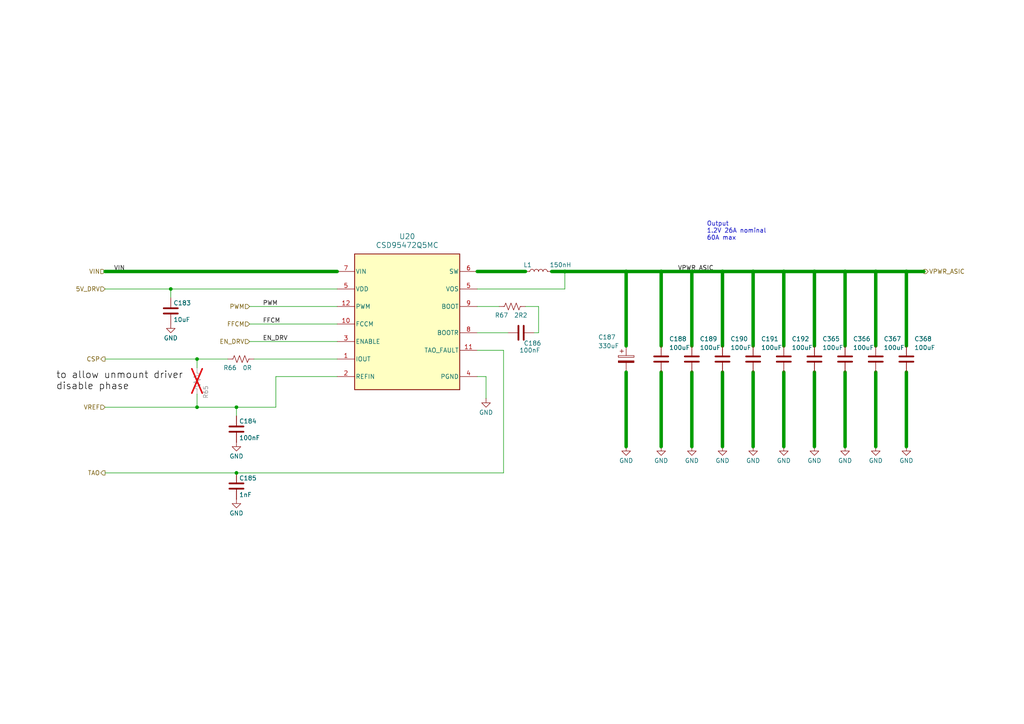
<source format=kicad_sch>
(kicad_sch (version 20231120) (generator "eeschema") (generator_version "8.0")
  (paper "A4")
  (lib_symbols
    (symbol "Device:C" (pin_numbers hide) (pin_names (offset 0.254))
      (property "Reference" "C" (at 0.635 2.54 0))
      (property "Value" "C" (at 0.635 -2.54 0))
      (symbol "C_0_1"
        (polyline (pts (xy -2.032 -0.762) (xy 2.032 -0.762)) (stroke (width 0.508)))
        (polyline (pts (xy -2.032 0.762) (xy 2.032 0.762)) (stroke (width 0.508)))
      )
      (symbol "C_1_1"
        (pin passive line (at 0 3.81 270) (length 2.794) (name "~") (number "1"))
        (pin passive line (at 0 -3.81 90) (length 2.794) (name "~") (number "2"))
      )
    )
    (symbol "Device:C_Polarized" (pin_numbers hide) (pin_names (offset 0.254))
      (property "Reference" "C" (at 0.635 2.54 0))
      (property "Value" "C_Polarized" (at 0.635 -2.54 0))
      (symbol "C_Polarized_0_1"
        (rectangle (start -2.286 0.508) (end 2.286 1.016))
        (polyline (pts (xy -1.778 2.286) (xy -0.762 2.286)))
        (polyline (pts (xy -1.27 2.794) (xy -1.27 1.778)))
        (rectangle (start 2.286 -0.508) (end -2.286 -1.016) (fill (type outline)))
      )
      (symbol "C_Polarized_1_1"
        (pin passive line (at 0 3.81 270) (length 2.794) (name "~") (number "1"))
        (pin passive line (at 0 -3.81 90) (length 2.794) (name "~") (number "2"))
      )
    )
    (symbol "Device:L" (pin_numbers hide) (pin_names (offset 1.016) hide)
      (property "Reference" "L" (at -1.27 0 90))
      (property "Value" "L" (at 1.905 0 90))
      (symbol "L_0_1"
        (arc (start 0 -2.54) (mid 0.6323 -1.905) (end 0 -1.27))
        (arc (start 0 -1.27) (mid 0.6323 -0.635) (end 0 0))
        (arc (start 0 0) (mid 0.6323 0.635) (end 0 1.27))
        (arc (start 0 1.27) (mid 0.6323 1.905) (end 0 2.54))
      )
      (symbol "L_1_1"
        (pin passive line (at 0 3.81 270) (length 1.27) (name "1") (number "1"))
        (pin passive line (at 0 -3.81 90) (length 1.27) (name "2") (number "2"))
      )
    )
    (symbol "Device:R_US" (pin_numbers hide) (pin_names (offset 0))
      (property "Reference" "R" (at 2.54 0 90))
      (property "Value" "R_US" (at -2.54 0 90))
      (symbol "R_US_0_1"
        (polyline (pts (xy 0 -2.286) (xy 0 -2.54)))
        (polyline (pts (xy 0 2.286) (xy 0 2.54)))
        (polyline (pts (xy 0 -0.762) (xy 1.016 -1.143) (xy 0 -1.524) (xy -1.016 -1.905) (xy 0 -2.286)))
        (polyline (pts (xy 0 0.762) (xy 1.016 0.381) (xy 0 0) (xy -1.016 -0.381) (xy 0 -0.762)))
        (polyline (pts (xy 0 2.286) (xy 1.016 1.905) (xy 0 1.524) (xy -1.016 1.143) (xy 0 0.762)))
      )
      (symbol "R_US_1_1"
        (pin passive line (at 0 3.81 270) (length 1.27) (name "~") (number "1"))
        (pin passive line (at 0 -3.81 90) (length 1.27) (name "~") (number "2"))
      )
    )
    (symbol "EKO_Miner_ASIClib:CSD95472Q5MC" (pin_names (offset 0.254))
      (property "Reference" "U" (at -13.208 24.892 0))
      (property "Value" "CSD95472Q5MC" (at -6.096 21.844 0))
      (symbol "CSD95472Q5MC_0_1"
        (rectangle (start -15.24 20.32) (end 15.24 -19.05) (stroke (width 0.254)) (fill (type background)))
        (pin input line (at 20.32 10.16 180) (length 5.08) (name "VOS") (number "5"))
        (pin power_in line (at 20.32 15.24 180) (length 5.08) (name "SW") (number "6"))
        (pin power_in line (at -20.32 15.24 0) (length 5.08) (name "VIN") (number "7"))
        (pin unspecified line (at 20.32 -2.54 180) (length 5.08) (name "BOOTR") (number "8"))
        (pin unspecified line (at 20.32 5.08 180) (length 5.08) (name "BOOT") (number "9"))
      )
      (symbol "CSD95472Q5MC_1_1"
        (pin output line (at -20.32 -10.16 0) (length 5.08) (name "IOUT") (number "1"))
        (pin input line (at -20.32 0 0) (length 5.08) (name "FCCM") (number "10"))
        (pin output line (at 20.32 -7.62 180) (length 5.08) (name "TAO_FAULT") (number "11"))
        (pin input line (at -20.32 5.08 0) (length 5.08) (name "PWM") (number "12"))
        (pin input line (at -20.32 -15.24 0) (length 5.08) (name "REFIN") (number "2"))
        (pin input line (at -20.32 -5.08 0) (length 5.08) (name "ENABLE") (number "3"))
        (pin power_in line (at 20.32 -15.24 180) (length 5.08) (name "PGND") (number "4"))
        (pin power_in line (at -20.32 10.16 0) (length 5.08) (name "VDD") (number "5"))
      )
    )
    (symbol "power:GND" (power) (pin_numbers hide) (pin_names (offset 0) hide)
      (property "Value" "GND" (at 0 -3.81 0))
      (symbol "GND_0_1"
        (polyline (pts (xy 0 0) (xy 0 -1.27) (xy 1.27 -1.27) (xy 0 -2.54) (xy -1.27 -1.27) (xy 0 -1.27)))
      )
      (symbol "GND_1_1"
        (pin power_in line (at 0 0 270) (length 0) (name "~") (number "1"))
      )
    )
  )
  (junction (at 200.66 78.74))
  (junction (at 191.77 78.74))
  (junction (at 236.22 78.74))
  (junction (at 57.15 118.11))
  (junction (at 68.58 118.11))
  (junction (at 68.58 137.16))
  (junction (at 254 78.74))
  (junction (at 163.83 78.74))
  (junction (at 209.55 78.74))
  (junction (at 49.53 83.82))
  (junction (at 245.11 78.74))
  (junction (at 57.15 104.14))
  (junction (at 218.44 78.74))
  (junction (at 181.61 78.74))
  (junction (at 262.89 78.74))
  (junction (at 227.33 78.74))
  (wire (pts (xy 30.48 118.11) (xy 57.15 118.11)))
  (wire (pts (xy 262.89 107.95) (xy 262.89 129.54)) (stroke (width 1)))
  (wire (pts (xy 160.02 78.74) (xy 163.83 78.74)) (stroke (width 1)))
  (wire (pts (xy 68.58 118.11) (xy 68.58 120.65)))
  (wire (pts (xy 245.11 78.74) (xy 245.11 100.33)) (stroke (width 1)))
  (wire (pts (xy 72.39 99.06) (xy 97.79 99.06)))
  (wire (pts (xy 209.55 78.74) (xy 209.55 100.33)) (stroke (width 1)))
  (wire (pts (xy 191.77 107.95) (xy 191.77 129.54)) (stroke (width 1)))
  (wire (pts (xy 49.53 83.82) (xy 49.53 86.36)))
  (wire (pts (xy 30.48 137.16) (xy 68.58 137.16)))
  (wire (pts (xy 245.11 78.74) (xy 254 78.74)) (stroke (width 1)))
  (wire (pts (xy 57.15 114.3) (xy 57.15 118.11)))
  (wire (pts (xy 30.48 104.14) (xy 57.15 104.14)))
  (wire (pts (xy 156.21 88.9) (xy 156.21 96.52)))
  (wire (pts (xy 181.61 107.95) (xy 181.61 129.54)) (stroke (width 1)))
  (wire (pts (xy 254 78.74) (xy 262.89 78.74)) (stroke (width 1)))
  (wire (pts (xy 218.44 78.74) (xy 218.44 100.33)) (stroke (width 1)))
  (wire (pts (xy 262.89 78.74) (xy 262.89 100.33)) (stroke (width 1)))
  (wire (pts (xy 138.43 109.22) (xy 140.97 109.22)))
  (wire (pts (xy 236.22 78.74) (xy 245.11 78.74)) (stroke (width 1)))
  (wire (pts (xy 30.48 83.82) (xy 49.53 83.82)))
  (wire (pts (xy 154.94 96.52) (xy 156.21 96.52)))
  (wire (pts (xy 262.89 78.74) (xy 267.97 78.74)) (stroke (width 1)))
  (wire (pts (xy 140.97 109.22) (xy 140.97 115.57)))
  (wire (pts (xy 236.22 78.74) (xy 236.22 100.33)) (stroke (width 1)))
  (wire (pts (xy 227.33 78.74) (xy 227.33 100.33)) (stroke (width 1)))
  (wire (pts (xy 146.05 101.6) (xy 146.05 137.16)))
  (wire (pts (xy 68.58 137.16) (xy 146.05 137.16)))
  (wire (pts (xy 72.39 93.98) (xy 97.79 93.98)))
  (wire (pts (xy 68.58 118.11) (xy 80.01 118.11)))
  (wire (pts (xy 163.83 83.82) (xy 163.83 78.74)))
  (wire (pts (xy 97.79 109.22) (xy 80.01 109.22)))
  (wire (pts (xy 181.61 78.74) (xy 191.77 78.74)) (stroke (width 1)))
  (wire (pts (xy 163.83 78.74) (xy 181.61 78.74)) (stroke (width 1)))
  (wire (pts (xy 57.15 118.11) (xy 68.58 118.11)))
  (wire (pts (xy 245.11 107.95) (xy 245.11 129.54)) (stroke (width 1)))
  (wire (pts (xy 138.43 96.52) (xy 147.32 96.52)))
  (wire (pts (xy 218.44 78.74) (xy 227.33 78.74)) (stroke (width 1)))
  (wire (pts (xy 200.66 78.74) (xy 200.66 100.33)) (stroke (width 1)))
  (wire (pts (xy 72.39 88.9) (xy 97.79 88.9)))
  (wire (pts (xy 227.33 78.74) (xy 236.22 78.74)) (stroke (width 1)))
  (wire (pts (xy 73.66 104.14) (xy 97.79 104.14)))
  (wire (pts (xy 30.48 78.74) (xy 97.79 78.74)) (stroke (width 1)))
  (wire (pts (xy 80.01 109.22) (xy 80.01 118.11)))
  (wire (pts (xy 138.43 101.6) (xy 146.05 101.6)))
  (wire (pts (xy 138.43 78.74) (xy 152.4 78.74)) (stroke (width 1)))
  (wire (pts (xy 209.55 78.74) (xy 218.44 78.74)) (stroke (width 1)))
  (wire (pts (xy 191.77 78.74) (xy 200.66 78.74)) (stroke (width 1)))
  (wire (pts (xy 138.43 88.9) (xy 144.78 88.9)))
  (wire (pts (xy 254 107.95) (xy 254 129.54)) (stroke (width 1)))
  (wire (pts (xy 191.77 78.74) (xy 191.77 100.33)) (stroke (width 1)))
  (wire (pts (xy 152.4 88.9) (xy 156.21 88.9)))
  (wire (pts (xy 200.66 78.74) (xy 209.55 78.74)) (stroke (width 1)))
  (wire (pts (xy 138.43 83.82) (xy 163.83 83.82)))
  (wire (pts (xy 236.22 107.95) (xy 236.22 129.54)) (stroke (width 1)))
  (wire (pts (xy 200.66 107.95) (xy 200.66 129.54)) (stroke (width 1)))
  (wire (pts (xy 254 78.74) (xy 254 100.33)) (stroke (width 1)))
  (wire (pts (xy 57.15 104.14) (xy 57.15 106.68)))
  (wire (pts (xy 209.55 107.95) (xy 209.55 129.54)) (stroke (width 1)))
  (wire (pts (xy 57.15 104.14) (xy 66.04 104.14)))
  (wire (pts (xy 218.44 107.95) (xy 218.44 129.54)) (stroke (width 1)))
  (wire (pts (xy 181.61 78.74) (xy 181.61 100.33)) (stroke (width 1)))
  (wire (pts (xy 49.53 83.82) (xy 97.79 83.82)))
  (wire (pts (xy 227.33 107.95) (xy 227.33 129.54)) (stroke (width 1)))
  (text "Output \n1.2V 26A nominal\n60A max" (at 204.978 69.85 0) (effects (font (size 1.27 1.27)) (justify left bottom)))
  (text "to allow unmount driver\ndisable phase" (at 16.256 110.49 0) (effects (font (size 2 2)) (justify left)))
  (label "PWM" (at 76.2 88.9 0))
  (label "VIN" (at 33.02 78.74 0))
  (label "FFCM" (at 76.2 93.98 0))
  (label "EN_DRV" (at 76.2 99.06 0))
  (label "VPWR_ASIC" (at 207.01 78.74 180))
  (hierarchical_label "CSP" (shape output) (at 30.48 104.14 180))
  (hierarchical_label "5V_DRV" (shape input) (at 30.48 83.82 180))
  (hierarchical_label "VPWR_ASIC" (shape output) (at 267.97 78.74 0))
  (hierarchical_label "TAO" (shape output) (at 30.48 137.16 180))
  (hierarchical_label "FFCM" (shape input) (at 72.39 93.98 180))
  (hierarchical_label "VREF" (shape input) (at 30.48 118.11 180))
  (hierarchical_label "VIN" (shape input) (at 30.48 78.74 180))
  (hierarchical_label "EN_DRV" (shape input) (at 72.39 99.06 180))
  (hierarchical_label "PWM" (shape input) (at 72.39 88.9 180))
  (symbol (lib_id "power:GND") (at 218.44 129.54 0) (unit 1)
    (property "Reference" "#PWR0304" (effects (hide yes)))
    (property "Value" "GND" (at 218.44 133.604 0))
    (property "Description" "Power symbol creates a global label with name \"GND\" , ground" (effects (hide yes)))
    (instances (project "EKO_Miner_BM1366-13xx_16-01A" (path "" (reference "#PWR0304") (unit 1)) (path "" (reference "#PWR0305") (unit 1)) (path "" (reference "#PWR0306") (unit 1)) (path "" (reference "#PWR0307") (unit 1))))
  )
  (symbol (lib_id "Device:L") (at 156.21 78.74 90) (unit 1)
    (property "Reference" "L1" (at 153.035 76.835 90))
    (property "Value" "150nH" (at 162.56 76.835 90))
    (property "Footprint" "EKO_Miner_ASIClib:INDM1031X765N" (effects (hide yes)))
    (property "PARTNO" "PA2982.151HLT" (effects (hide yes)))
    (property "HEIGHT" "5.1mm" (effects (hide yes)))
    (instances (project "EKO_Miner_BM1366-13xx_16-01A" (path "" (reference "L1") (unit 1)) (path "" (reference "L2") (unit 1)) (path "" (reference "L3") (unit 1)) (path "" (reference "L4") (unit 1))))
  )
  (symbol (lib_id "EKO_Miner_ASIClib:CSD95472Q5MC") (at 118.11 93.98 0) (unit 1)
    (property "Reference" "U20" (at 118.11 68.58 0) (effects (font (size 1.524 1.524))))
    (property "Value" "CSD95472Q5MC" (at 118.11 71.12 0) (effects (font (size 1.524 1.524))))
    (property "Footprint" "EKO_Miner_ASIClib:CSD95472Q5MC" (effects (hide yes)))
    (property "Datasheet" "CSD95491Q5MC" (effects (hide yes)))
    (instances (project "EKO_Miner_BM1366-13xx_16-01A" (path "" (reference "U20") (unit 1)) (path "" (reference "U19") (unit 1)) (path "" (reference "U21") (unit 1)) (path "" (reference "U22") (unit 1))))
  )
  (symbol (lib_id "power:GND") (at 191.77 129.54 0) (unit 1)
    (property "Reference" "#PWR0292" (effects (hide yes)))
    (property "Value" "GND" (at 191.77 133.604 0))
    (property "Description" "Power symbol creates a global label with name \"GND\" , ground" (effects (hide yes)))
    (instances (project "EKO_Miner_BM1366-13xx_16-01A" (path "" (reference "#PWR0292") (unit 1)) (path "" (reference "#PWR0293") (unit 1)) (path "" (reference "#PWR0294") (unit 1)) (path "" (reference "#PWR0295") (unit 1))))
  )
  (symbol (lib_id "power:GND") (at 245.11 129.54 0) (unit 1)
    (property "Reference" "#PWR0380" (effects (hide yes)))
    (property "Value" "GND" (at 245.11 133.604 0))
    (property "Description" "Power symbol creates a global label with name \"GND\" , ground" (effects (hide yes)))
    (instances (project "EKO_Miner_BM1366-13xx_16-01A" (path "" (reference "#PWR0380") (unit 1)) (path "" (reference "#PWR0412") (unit 1)) (path "" (reference "#PWR0444") (unit 1)) (path "" (reference "#PWR0470") (unit 1))))
  )
  (symbol (lib_id "power:GND") (at 236.22 129.54 0) (unit 1)
    (property "Reference" "#PWR0365" (effects (hide yes)))
    (property "Value" "GND" (at 236.22 133.604 0))
    (property "Description" "Power symbol creates a global label with name \"GND\" , ground" (effects (hide yes)))
    (instances (project "EKO_Miner_BM1366-13xx_16-01A" (path "" (reference "#PWR0365") (unit 1)) (path "" (reference "#PWR0397") (unit 1)) (path "" (reference "#PWR0429") (unit 1)) (path "" (reference "#PWR0469") (unit 1))))
  )
  (symbol (lib_id "power:GND") (at 68.58 144.78 0) (unit 1)
    (property "Reference" "#PWR0284" (effects (hide yes)))
    (property "Value" "GND" (at 68.58 148.844 0))
    (property "Description" "Power symbol creates a global label with name \"GND\" , ground" (effects (hide yes)))
    (instances (project "EKO_Miner_BM1366-13xx_16-01A" (path "" (reference "#PWR0284") (unit 1)) (path "" (reference "#PWR0285") (unit 1)) (path "" (reference "#PWR0286") (unit 1)) (path "" (reference "#PWR0287") (unit 1))))
  )
  (symbol (lib_id "power:GND") (at 181.61 129.54 0) (unit 1)
    (property "Reference" "#PWR0288" (effects (hide yes)))
    (property "Value" "GND" (at 181.61 133.604 0))
    (property "Description" "Power symbol creates a global label with name \"GND\" , ground" (effects (hide yes)))
    (instances (project "EKO_Miner_BM1366-13xx_16-01A" (path "" (reference "#PWR0288") (unit 1)) (path "" (reference "#PWR0289") (unit 1)) (path "" (reference "#PWR0290") (unit 1)) (path "" (reference "#PWR0291") (unit 1))))
  )
  (symbol (lib_id "power:GND") (at 49.53 93.98 0) (unit 1)
    (property "Reference" "#PWR0256" (effects (hide yes)))
    (property "Value" "GND" (at 49.53 98.044 0))
    (property "Description" "Power symbol creates a global label with name \"GND\" , ground" (effects (hide yes)))
    (instances (project "EKO_Miner_BM1366-13xx_16-01A" (path "" (reference "#PWR0256") (unit 1)) (path "" (reference "#PWR0257") (unit 1)) (path "" (reference "#PWR0258") (unit 1)) (path "" (reference "#PWR0262") (unit 1))))
  )
  (symbol (lib_id "Device:C") (at 68.58 140.97 0) (unit 1)
    (property "Reference" "C185" (at 69.342 138.684 0) (effects (justify left)))
    (property "Value" "1nF" (at 69.342 143.51 0) (effects (justify left)))
    (property "Footprint" "Capacitor_SMD:C_0402_1005Metric" (effects (hide yes)))
    (instances (project "EKO_Miner_BM1366-13xx_16-01A" (path "" (reference "C185") (unit 1)) (path "" (reference "C195") (unit 1)) (path "" (reference "C205") (unit 1)) (path "" (reference "C215") (unit 1))))
  )
  (symbol (lib_id "Device:C") (at 151.13 96.52 270) (unit 1)
    (property "Reference" "C186" (at 151.892 99.568 90) (effects (justify left)))
    (property "Value" "100nF" (at 150.622 101.6 90) (effects (justify left)))
    (property "Footprint" "Capacitor_SMD:C_0402_1005Metric" (effects (hide yes)))
    (instances (project "EKO_Miner_BM1366-13xx_16-01A" (path "" (reference "C186") (unit 1)) (path "" (reference "C196") (unit 1)) (path "" (reference "C206") (unit 1)) (path "" (reference "C216") (unit 1))))
  )
  (symbol (lib_id "power:GND") (at 254 129.54 0) (unit 1)
    (property "Reference" "#PWR0381" (effects (hide yes)))
    (property "Value" "GND" (at 254 133.604 0))
    (property "Description" "Power symbol creates a global label with name \"GND\" , ground" (effects (hide yes)))
    (instances (project "EKO_Miner_BM1366-13xx_16-01A" (path "" (reference "#PWR0381") (unit 1)) (path "" (reference "#PWR0413") (unit 1)) (path "" (reference "#PWR0445") (unit 1)) (path "" (reference "#PWR0471") (unit 1))))
  )
  (symbol (lib_id "Device:C_Polarized") (at 181.61 104.14 0) (unit 1)
    (property "Reference" "C187" (at 173.482 97.79 0) (effects (justify left)))
    (property "Value" "330uF" (at 173.482 100.33 0) (effects (justify left)))
    (property "Footprint" "Capacitor_Tantalum_SMD:CP_EIA-7343-31_Kemet-D_Pad2.25x2.55mm_HandSolder" (effects (hide yes)))
    (property "DK" "718-1028-1-ND" (effects (hide yes)))
    (property "PARTNO" "293D337X9010E2TE3" (effects (hide yes)))
    (instances (project "EKO_Miner_BM1366-13xx_16-01A" (path "" (reference "C187") (unit 1)) (path "" (reference "C197") (unit 1)) (path "" (reference "C207") (unit 1)) (path "" (reference "C217") (unit 1))))
  )
  (symbol (lib_id "Device:C") (at 49.53 90.17 0) (unit 1)
    (property "Reference" "C183" (at 50.292 87.884 0) (effects (justify left)))
    (property "Value" "10uF" (at 50.292 92.71 0) (effects (justify left)))
    (property "Footprint" "Capacitor_SMD:C_0402_1005Metric" (effects (hide yes)))
    (instances (project "EKO_Miner_BM1366-13xx_16-01A" (path "" (reference "C183") (unit 1)) (path "" (reference "C193") (unit 1)) (path "" (reference "C203") (unit 1)) (path "" (reference "C213") (unit 1))))
  )
  (symbol (lib_id "Device:C") (at 68.58 124.46 0) (unit 1)
    (property "Reference" "C184" (at 69.342 122.174 0) (effects (justify left)))
    (property "Value" "100nF" (at 69.342 127 0) (effects (justify left)))
    (property "Footprint" "Capacitor_SMD:C_0402_1005Metric" (effects (hide yes)))
    (instances (project "EKO_Miner_BM1366-13xx_16-01A" (path "" (reference "C184") (unit 1)) (path "" (reference "C194") (unit 1)) (path "" (reference "C204") (unit 1)) (path "" (reference "C214") (unit 1))))
  )
  (symbol (lib_id "power:GND") (at 68.58 128.27 0) (unit 1)
    (property "Reference" "#PWR0280" (effects (hide yes)))
    (property "Value" "GND" (at 68.58 132.334 0))
    (property "Description" "Power symbol creates a global label with name \"GND\" , ground" (effects (hide yes)))
    (instances (project "EKO_Miner_BM1366-13xx_16-01A" (path "" (reference "#PWR0280") (unit 1)) (path "" (reference "#PWR0281") (unit 1)) (path "" (reference "#PWR0282") (unit 1)) (path "" (reference "#PWR0283") (unit 1))))
  )
  (symbol (lib_id "Device:C") (at 209.55 104.14 0) (unit 1)
    (property "Reference" "C190" (at 211.836 98.298 0) (effects (justify left)))
    (property "Value" "100uF" (at 211.836 100.838 0) (effects (justify left)))
    (property "Footprint" "Capacitor_SMD:C_1210_3225Metric" (effects (hide yes)))
    (instances (project "EKO_Miner_BM1366-13xx_16-01A" (path "" (reference "C190") (unit 1)) (path "" (reference "C200") (unit 1)) (path "" (reference "C210") (unit 1)) (path "" (reference "C220") (unit 1))))
  )
  (symbol (lib_id "Device:C") (at 218.44 104.14 0) (unit 1)
    (property "Reference" "C191" (at 220.726 98.298 0) (effects (justify left)))
    (property "Value" "100uF" (at 220.726 100.838 0) (effects (justify left)))
    (property "Footprint" "Capacitor_SMD:C_1210_3225Metric" (effects (hide yes)))
    (instances (project "EKO_Miner_BM1366-13xx_16-01A" (path "" (reference "C191") (unit 1)) (path "" (reference "C201") (unit 1)) (path "" (reference "C211") (unit 1)) (path "" (reference "C221") (unit 1))))
  )
  (symbol (lib_id "power:GND") (at 140.97 115.57 0) (unit 1)
    (property "Reference" "#PWR0333" (effects (hide yes)))
    (property "Value" "GND" (at 140.97 119.634 0))
    (property "Description" "Power symbol creates a global label with name \"GND\" , ground" (effects (hide yes)))
    (instances (project "EKO_Miner_BM1366-13xx_16-01A" (path "" (reference "#PWR0333") (unit 1)) (path "" (reference "#PWR0348") (unit 1)) (path "" (reference "#PWR0349") (unit 1)) (path "" (reference "#PWR0364") (unit 1))))
  )
  (symbol (lib_id "Device:R_US") (at 148.59 88.9 270) (unit 1)
    (property "Reference" "R67" (at 143.51 91.44 90) (effects (justify left)))
    (property "Value" "2R2" (at 149.098 91.44 90) (effects (justify left)))
    (property "Footprint" "Resistor_SMD:R_0402_1005Metric" (effects (hide yes)))
    (instances (project "EKO_Miner_BM1366-13xx_16-01A" (path "" (reference "R67") (unit 1)) (path "" (reference "R70") (unit 1)) (path "" (reference "R73") (unit 1)) (path "" (reference "R76") (unit 1))))
  )
  (symbol (lib_id "power:GND") (at 227.33 129.54 0) (unit 1)
    (property "Reference" "#PWR0308" (effects (hide yes)))
    (property "Value" "GND" (at 227.33 133.604 0))
    (property "Description" "Power symbol creates a global label with name \"GND\" , ground" (effects (hide yes)))
    (instances (project "EKO_Miner_BM1366-13xx_16-01A" (path "" (reference "#PWR0308") (unit 1)) (path "" (reference "#PWR0309") (unit 1)) (path "" (reference "#PWR0310") (unit 1)) (path "" (reference "#PWR0311") (unit 1))))
  )
  (symbol (lib_id "Device:C") (at 236.22 104.14 0) (unit 1)
    (property "Reference" "C365" (at 238.506 98.298 0) (effects (justify left)))
    (property "Value" "100uF" (at 238.506 100.838 0) (effects (justify left)))
    (property "Footprint" "Capacitor_SMD:C_1210_3225Metric" (effects (hide yes)))
    (instances (project "EKO_Miner_BM1366-13xx_16-01A" (path "" (reference "C365") (unit 1)) (path "" (reference "C369") (unit 1)) (path "" (reference "C373") (unit 1)) (path "" (reference "C377") (unit 1))))
  )
  (symbol (lib_id "Device:C") (at 227.33 104.14 0) (unit 1)
    (property "Reference" "C192" (at 229.616 98.298 0) (effects (justify left)))
    (property "Value" "100uF" (at 229.616 100.838 0) (effects (justify left)))
    (property "Footprint" "Capacitor_SMD:C_1210_3225Metric" (effects (hide yes)))
    (instances (project "EKO_Miner_BM1366-13xx_16-01A" (path "" (reference "C192") (unit 1)) (path "" (reference "C202") (unit 1)) (path "" (reference "C212") (unit 1)) (path "" (reference "C222") (unit 1))))
  )
  (symbol (lib_id "Device:R_US") (at 57.15 110.49 180) (unit 1) (dnp yes)
    (property "Reference" "R65" (at 59.69 111.76 90) (effects (justify left)))
    (property "Value" "0R" (effects (hide yes)))
    (property "Footprint" "Resistor_SMD:R_0402_1005Metric" (effects (hide yes)))
    (instances (project "EKO_Miner_BM1366-13xx_16-01A" (path "" (reference "R65") (unit 1)) (path "" (reference "R68") (unit 1)) (path "" (reference "R71") (unit 1)) (path "" (reference "R74") (unit 1))))
  )
  (symbol (lib_id "Device:C") (at 191.77 104.14 0) (unit 1)
    (property "Reference" "C188" (at 194.056 98.298 0) (effects (justify left)))
    (property "Value" "100uF" (at 194.056 100.838 0) (effects (justify left)))
    (property "Footprint" "Capacitor_SMD:C_1210_3225Metric" (effects (hide yes)))
    (instances (project "EKO_Miner_BM1366-13xx_16-01A" (path "" (reference "C188") (unit 1)) (path "" (reference "C198") (unit 1)) (path "" (reference "C208") (unit 1)) (path "" (reference "C218") (unit 1))))
  )
  (symbol (lib_id "power:GND") (at 209.55 129.54 0) (unit 1)
    (property "Reference" "#PWR0300" (effects (hide yes)))
    (property "Value" "GND" (at 209.55 133.604 0))
    (property "Description" "Power symbol creates a global label with name \"GND\" , ground" (effects (hide yes)))
    (instances (project "EKO_Miner_BM1366-13xx_16-01A" (path "" (reference "#PWR0300") (unit 1)) (path "" (reference "#PWR0301") (unit 1)) (path "" (reference "#PWR0302") (unit 1)) (path "" (reference "#PWR0303") (unit 1))))
  )
  (symbol (lib_id "power:GND") (at 262.89 129.54 0) (unit 1)
    (property "Reference" "#PWR0396" (effects (hide yes)))
    (property "Value" "GND" (at 262.89 133.604 0))
    (property "Description" "Power symbol creates a global label with name \"GND\" , ground" (effects (hide yes)))
    (instances (project "EKO_Miner_BM1366-13xx_16-01A" (path "" (reference "#PWR0396") (unit 1)) (path "" (reference "#PWR0428") (unit 1)) (path "" (reference "#PWR0460") (unit 1)) (path "" (reference "#PWR0472") (unit 1))))
  )
  (symbol (lib_id "Device:C") (at 200.66 104.14 0) (unit 1)
    (property "Reference" "C189" (at 202.946 98.298 0) (effects (justify left)))
    (property "Value" "100uF" (at 202.946 100.838 0) (effects (justify left)))
    (property "Footprint" "Capacitor_SMD:C_1210_3225Metric" (effects (hide yes)))
    (instances (project "EKO_Miner_BM1366-13xx_16-01A" (path "" (reference "C189") (unit 1)) (path "" (reference "C199") (unit 1)) (path "" (reference "C209") (unit 1)) (path "" (reference "C219") (unit 1))))
  )
  (symbol (lib_id "Device:R_US") (at 69.85 104.14 270) (unit 1)
    (property "Reference" "R66" (at 64.77 106.68 90) (effects (justify left)))
    (property "Value" "0R" (at 70.358 106.68 90) (effects (justify left)))
    (property "Footprint" "Resistor_SMD:R_0402_1005Metric" (effects (hide yes)))
    (instances (project "EKO_Miner_BM1366-13xx_16-01A" (path "" (reference "R66") (unit 1)) (path "" (reference "R69") (unit 1)) (path "" (reference "R72") (unit 1)) (path "" (reference "R75") (unit 1))))
  )
  (symbol (lib_id "Device:C") (at 254 104.14 0) (unit 1)
    (property "Reference" "C367" (at 256.286 98.298 0) (effects (justify left)))
    (property "Value" "100uF" (at 256.286 100.838 0) (effects (justify left)))
    (property "Footprint" "Capacitor_SMD:C_1210_3225Metric" (effects (hide yes)))
    (instances (project "EKO_Miner_BM1366-13xx_16-01A" (path "" (reference "C367") (unit 1)) (path "" (reference "C371") (unit 1)) (path "" (reference "C375") (unit 1)) (path "" (reference "C379") (unit 1))))
  )
  (symbol (lib_id "Device:C") (at 245.11 104.14 0) (unit 1)
    (property "Reference" "C366" (at 247.396 98.298 0) (effects (justify left)))
    (property "Value" "100uF" (at 247.396 100.838 0) (effects (justify left)))
    (property "Footprint" "Capacitor_SMD:C_1210_3225Metric" (effects (hide yes)))
    (instances (project "EKO_Miner_BM1366-13xx_16-01A" (path "" (reference "C366") (unit 1)) (path "" (reference "C370") (unit 1)) (path "" (reference "C374") (unit 1)) (path "" (reference "C378") (unit 1))))
  )
  (symbol (lib_id "Device:C") (at 262.89 104.14 0) (unit 1)
    (property "Reference" "C368" (at 265.176 98.298 0) (effects (justify left)))
    (property "Value" "100uF" (at 265.176 100.838 0) (effects (justify left)))
    (property "Footprint" "Capacitor_SMD:C_1210_3225Metric" (effects (hide yes)))
    (instances (project "EKO_Miner_BM1366-13xx_16-01A" (path "" (reference "C368") (unit 1)) (path "" (reference "C372") (unit 1)) (path "" (reference "C376") (unit 1)) (path "" (reference "C380") (unit 1))))
  )
  (symbol (lib_id "power:GND") (at 200.66 129.54 0) (unit 1)
    (property "Reference" "#PWR0296" (effects (hide yes)))
    (property "Value" "GND" (at 200.66 133.604 0))
    (property "Description" "Power symbol creates a global label with name \"GND\" , ground" (effects (hide yes)))
    (instances (project "EKO_Miner_BM1366-13xx_16-01A" (path "" (reference "#PWR0296") (unit 1)) (path "" (reference "#PWR0297") (unit 1)) (path "" (reference "#PWR0298") (unit 1)) (path "" (reference "#PWR0299") (unit 1))))
  )
)
</source>
